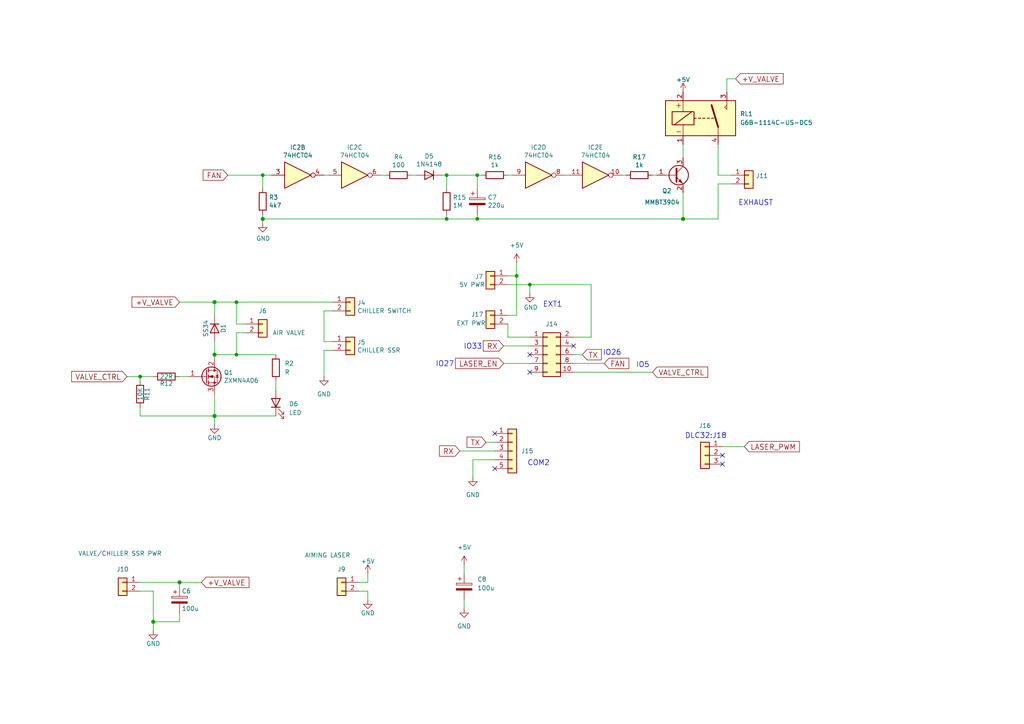
<source format=kicad_sch>
(kicad_sch (version 20250114) (generator "eeschema") (generator_version "9.0")
  (paper "A4")
  (lib_symbols
    (symbol "74xx:74HCT04"
      (property "Reference" "U" (at 0 1.27 0))
      (property "Value" "74HCT04" (at 0 -1.27 0))
      (symbol "74HCT04_1_0"
        (polyline (pts (xy -3.81 3.81) (xy -3.81 -3.81) (xy 3.81 0) (xy -3.81 3.81)) (stroke (width 0.254)) (fill (type background)))
        (pin input line (at -7.62 0 0) (length 3.81) (name "~") (number "1"))
        (pin output inverted (at 7.62 0 180) (length 3.81) (name "~") (number "2"))
      )
      (symbol "74HCT04_2_0"
        (polyline (pts (xy -3.81 3.81) (xy -3.81 -3.81) (xy 3.81 0) (xy -3.81 3.81)) (stroke (width 0.254)) (fill (type background)))
        (pin input line (at -7.62 0 0) (length 3.81) (name "~") (number "3"))
        (pin output inverted (at 7.62 0 180) (length 3.81) (name "~") (number "4"))
      )
      (symbol "74HCT04_3_0"
        (polyline (pts (xy -3.81 3.81) (xy -3.81 -3.81) (xy 3.81 0) (xy -3.81 3.81)) (stroke (width 0.254)) (fill (type background)))
        (pin input line (at -7.62 0 0) (length 3.81) (name "~") (number "5"))
        (pin output inverted (at 7.62 0 180) (length 3.81) (name "~") (number "6"))
      )
      (symbol "74HCT04_4_0"
        (polyline (pts (xy -3.81 3.81) (xy -3.81 -3.81) (xy 3.81 0) (xy -3.81 3.81)) (stroke (width 0.254)) (fill (type background)))
        (pin input line (at -7.62 0 0) (length 3.81) (name "~") (number "9"))
        (pin output inverted (at 7.62 0 180) (length 3.81) (name "~") (number "8"))
      )
      (symbol "74HCT04_5_0"
        (polyline (pts (xy -3.81 3.81) (xy -3.81 -3.81) (xy 3.81 0) (xy -3.81 3.81)) (stroke (width 0.254)) (fill (type background)))
        (pin input line (at -7.62 0 0) (length 3.81) (name "~") (number "11"))
        (pin output inverted (at 7.62 0 180) (length 3.81) (name "~") (number "10"))
      )
      (symbol "74HCT04_6_0"
        (polyline (pts (xy -3.81 3.81) (xy -3.81 -3.81) (xy 3.81 0) (xy -3.81 3.81)) (stroke (width 0.254)) (fill (type background)))
        (pin input line (at -7.62 0 0) (length 3.81) (name "~") (number "13"))
        (pin output inverted (at 7.62 0 180) (length 3.81) (name "~") (number "12"))
      )
      (symbol "74HCT04_7_0"
        (pin power_in line (at 0 12.7 270) (length 5.08) (name "VCC") (number "14"))
        (pin power_in line (at 0 -12.7 90) (length 5.08) (name "GND") (number "7"))
      )
      (symbol "74HCT04_7_1"
        (rectangle (start -5.08 7.62) (end 5.08 -7.62) (stroke (width 0.254)) (fill (type background)))
      )
    )
    (symbol "Connector_Generic:Conn_01x02" (pin_names (offset 1.016) (hide yes))
      (property "Reference" "J" (at 0 2.54 0))
      (property "Value" "Conn_01x02" (at 0 -5.08 0))
      (symbol "Conn_01x02_1_1"
        (rectangle (start -1.27 1.27) (end 1.27 -3.81) (stroke (width 0.254)) (fill (type background)))
        (rectangle (start -1.27 0.127) (end 0 -0.127) (stroke (width 0.1524)))
        (rectangle (start -1.27 -2.413) (end 0 -2.667) (stroke (width 0.1524)))
        (pin passive line (at -5.08 0 0) (length 3.81) (name "Pin_1") (number "1"))
        (pin passive line (at -5.08 -2.54 0) (length 3.81) (name "Pin_2") (number "2"))
      )
    )
    (symbol "Connector_Generic:Conn_01x03" (pin_names (offset 1.016) (hide yes))
      (property "Reference" "J" (at 0 5.08 0))
      (property "Value" "Conn_01x03" (at 0 -5.08 0))
      (symbol "Conn_01x03_1_1"
        (rectangle (start -1.27 3.81) (end 1.27 -3.81) (stroke (width 0.254)) (fill (type background)))
        (rectangle (start -1.27 2.667) (end 0 2.413) (stroke (width 0.1524)))
        (rectangle (start -1.27 0.127) (end 0 -0.127) (stroke (width 0.1524)))
        (rectangle (start -1.27 -2.413) (end 0 -2.667) (stroke (width 0.1524)))
        (pin passive line (at -5.08 2.54 0) (length 3.81) (name "Pin_1") (number "1"))
        (pin passive line (at -5.08 0 0) (length 3.81) (name "Pin_2") (number "2"))
        (pin passive line (at -5.08 -2.54 0) (length 3.81) (name "Pin_3") (number "3"))
      )
    )
    (symbol "Connector_Generic:Conn_01x05" (pin_names (offset 1.016) (hide yes))
      (property "Reference" "J" (at 0 7.62 0))
      (property "Value" "Conn_01x05" (at 0 -7.62 0))
      (symbol "Conn_01x05_1_1"
        (rectangle (start -1.27 6.35) (end 1.27 -6.35) (stroke (width 0.254)) (fill (type background)))
        (rectangle (start -1.27 5.207) (end 0 4.953) (stroke (width 0.1524)))
        (rectangle (start -1.27 2.667) (end 0 2.413) (stroke (width 0.1524)))
        (rectangle (start -1.27 0.127) (end 0 -0.127) (stroke (width 0.1524)))
        (rectangle (start -1.27 -2.413) (end 0 -2.667) (stroke (width 0.1524)))
        (rectangle (start -1.27 -4.953) (end 0 -5.207) (stroke (width 0.1524)))
        (pin passive line (at -5.08 5.08 0) (length 3.81) (name "Pin_1") (number "1"))
        (pin passive line (at -5.08 2.54 0) (length 3.81) (name "Pin_2") (number "2"))
        (pin passive line (at -5.08 0 0) (length 3.81) (name "Pin_3") (number "3"))
        (pin passive line (at -5.08 -2.54 0) (length 3.81) (name "Pin_4") (number "4"))
        (pin passive line (at -5.08 -5.08 0) (length 3.81) (name "Pin_5") (number "5"))
      )
    )
    (symbol "Connector_Generic:Conn_02x05_Odd_Even" (pin_names (offset 1.016) (hide yes))
      (property "Reference" "J" (at 1.27 7.62 0))
      (property "Value" "Conn_02x05_Odd_Even" (at 1.27 -7.62 0))
      (symbol "Conn_02x05_Odd_Even_1_1"
        (rectangle (start -1.27 6.35) (end 3.81 -6.35) (stroke (width 0.254)) (fill (type background)))
        (rectangle (start -1.27 5.207) (end 0 4.953) (stroke (width 0.1524)))
        (rectangle (start -1.27 2.667) (end 0 2.413) (stroke (width 0.1524)))
        (rectangle (start -1.27 0.127) (end 0 -0.127) (stroke (width 0.1524)))
        (rectangle (start -1.27 -2.413) (end 0 -2.667) (stroke (width 0.1524)))
        (rectangle (start -1.27 -4.953) (end 0 -5.207) (stroke (width 0.1524)))
        (rectangle (start 3.81 5.207) (end 2.54 4.953) (stroke (width 0.1524)))
        (rectangle (start 3.81 2.667) (end 2.54 2.413) (stroke (width 0.1524)))
        (rectangle (start 3.81 0.127) (end 2.54 -0.127) (stroke (width 0.1524)))
        (rectangle (start 3.81 -2.413) (end 2.54 -2.667) (stroke (width 0.1524)))
        (rectangle (start 3.81 -4.953) (end 2.54 -5.207) (stroke (width 0.1524)))
        (pin passive line (at -5.08 5.08 0) (length 3.81) (name "Pin_1") (number "1"))
        (pin passive line (at -5.08 2.54 0) (length 3.81) (name "Pin_3") (number "3"))
        (pin passive line (at -5.08 0 0) (length 3.81) (name "Pin_5") (number "5"))
        (pin passive line (at -5.08 -2.54 0) (length 3.81) (name "Pin_7") (number "7"))
        (pin passive line (at -5.08 -5.08 0) (length 3.81) (name "Pin_9") (number "9"))
        (pin passive line (at 7.62 5.08 180) (length 3.81) (name "Pin_2") (number "2"))
        (pin passive line (at 7.62 2.54 180) (length 3.81) (name "Pin_4") (number "4"))
        (pin passive line (at 7.62 0 180) (length 3.81) (name "Pin_6") (number "6"))
        (pin passive line (at 7.62 -2.54 180) (length 3.81) (name "Pin_8") (number "8"))
        (pin passive line (at 7.62 -5.08 180) (length 3.81) (name "Pin_10") (number "10"))
      )
    )
    (symbol "Device:C_Polarized" (pin_numbers (hide yes)) (pin_names (offset 0.254))
      (property "Reference" "C" (at 0.635 2.54 0))
      (property "Value" "C_Polarized" (at 0.635 -2.54 0))
      (symbol "C_Polarized_0_1"
        (rectangle (start -2.286 0.508) (end 2.286 1.016))
        (polyline (pts (xy -1.778 2.286) (xy -0.762 2.286)))
        (polyline (pts (xy -1.27 2.794) (xy -1.27 1.778)))
        (rectangle (start 2.286 -0.508) (end -2.286 -1.016) (fill (type outline)))
      )
      (symbol "C_Polarized_1_1"
        (pin passive line (at 0 3.81 270) (length 2.794) (name "~") (number "1"))
        (pin passive line (at 0 -3.81 90) (length 2.794) (name "~") (number "2"))
      )
    )
    (symbol "Device:D" (pin_numbers (hide yes)) (pin_names (offset 1.016) (hide yes))
      (property "Reference" "D" (at 0 2.54 0))
      (property "Value" "D" (at 0 -2.54 0))
      (symbol "D_0_1"
        (polyline (pts (xy -1.27 1.27) (xy -1.27 -1.27)) (stroke (width 0.254)))
        (polyline (pts (xy 1.27 1.27) (xy 1.27 -1.27) (xy -1.27 0) (xy 1.27 1.27)) (stroke (width 0.254)))
        (polyline (pts (xy 1.27 0) (xy -1.27 0)))
      )
      (symbol "D_1_1"
        (pin passive line (at -3.81 0 0) (length 2.54) (name "K") (number "1"))
        (pin passive line (at 3.81 0 180) (length 2.54) (name "A") (number "2"))
      )
    )
    (symbol "Device:LED" (pin_numbers (hide yes)) (pin_names (offset 1.016) (hide yes))
      (property "Reference" "D" (at 0 2.54 0))
      (property "Value" "LED" (at 0 -2.54 0))
      (symbol "LED_0_1"
        (polyline (pts (xy -3.048 -0.762) (xy -4.572 -2.286) (xy -3.81 -2.286) (xy -4.572 -2.286) (xy -4.572 -1.524)))
        (polyline (pts (xy -1.778 -0.762) (xy -3.302 -2.286) (xy -2.54 -2.286) (xy -3.302 -2.286) (xy -3.302 -1.524)))
        (polyline (pts (xy -1.27 0) (xy 1.27 0)))
        (polyline (pts (xy -1.27 -1.27) (xy -1.27 1.27)) (stroke (width 0.254)))
        (polyline (pts (xy 1.27 -1.27) (xy 1.27 1.27) (xy -1.27 0) (xy 1.27 -1.27)) (stroke (width 0.254)))
      )
      (symbol "LED_1_1"
        (pin passive line (at -3.81 0 0) (length 2.54) (name "K") (number "1"))
        (pin passive line (at 3.81 0 180) (length 2.54) (name "A") (number "2"))
      )
    )
    (symbol "Device:R" (pin_numbers (hide yes)) (pin_names (offset 0))
      (property "Reference" "R" (at 2.032 0 90))
      (property "Value" "R" (at 0 0 90))
      (symbol "R_0_1"
        (rectangle (start -1.016 -2.54) (end 1.016 2.54) (stroke (width 0.254)))
      )
      (symbol "R_1_1"
        (pin passive line (at 0 3.81 270) (length 1.27) (name "~") (number "1"))
        (pin passive line (at 0 -3.81 90) (length 1.27) (name "~") (number "2"))
      )
    )
    (symbol "Transistor_BJT:MMBT3904" (pin_names (offset 0) (hide yes))
      (property "Reference" "Q" (at 5.08 1.905 0))
      (property "Value" "MMBT3904" (at 5.08 0 0))
      (symbol "MMBT3904_0_1"
        (polyline (pts (xy -2.54 0) (xy 0.635 0)))
        (polyline (pts (xy 0.635 1.905) (xy 0.635 -1.905)) (stroke (width 0.508)))
        (circle (center 1.27 0) (radius 2.8194) (stroke (width 0.254)))
      )
      (symbol "MMBT3904_1_1"
        (polyline (pts (xy 0.635 0.635) (xy 2.54 2.54)))
        (polyline (pts (xy 0.635 -0.635) (xy 2.54 -2.54)))
        (polyline (pts (xy 1.27 -1.778) (xy 1.778 -1.27) (xy 2.286 -2.286) (xy 1.27 -1.778)) (fill (type outline)))
        (pin input line (at -5.08 0 0) (length 2.54) (name "B") (number "1"))
        (pin passive line (at 2.54 5.08 270) (length 2.54) (name "C") (number "3"))
        (pin passive line (at 2.54 -5.08 90) (length 2.54) (name "E") (number "2"))
      )
    )
    (symbol "Transistor_FET:Q_NMOS_GDS" (pin_names (offset 0) (hide yes))
      (property "Reference" "Q" (at 5.08 1.905 0))
      (property "Value" "Q_NMOS_GDS" (at 5.08 0 0))
      (symbol "Q_NMOS_GDS_0_1"
        (polyline (pts (xy 0.254 1.905) (xy 0.254 -1.905)) (stroke (width 0.254)))
        (polyline (pts (xy 0.254 0) (xy -2.54 0)))
        (polyline (pts (xy 0.762 2.286) (xy 0.762 1.27)) (stroke (width 0.254)))
        (polyline (pts (xy 0.762 0.508) (xy 0.762 -0.508)) (stroke (width 0.254)))
        (polyline (pts (xy 0.762 -1.27) (xy 0.762 -2.286)) (stroke (width 0.254)))
        (polyline (pts (xy 0.762 -1.778) (xy 3.302 -1.778) (xy 3.302 1.778) (xy 0.762 1.778)))
        (polyline (pts (xy 1.016 0) (xy 2.032 0.381) (xy 2.032 -0.381) (xy 1.016 0)) (fill (type outline)))
        (circle (center 1.651 0) (radius 2.794) (stroke (width 0.254)))
        (polyline (pts (xy 2.54 2.54) (xy 2.54 1.778)))
        (circle (center 2.54 1.778) (radius 0.254) (fill (type outline)))
        (circle (center 2.54 -1.778) (radius 0.254) (fill (type outline)))
        (polyline (pts (xy 2.54 -2.54) (xy 2.54 0) (xy 0.762 0)))
        (polyline (pts (xy 2.921 0.381) (xy 3.683 0.381)))
        (polyline (pts (xy 3.302 0.381) (xy 2.921 -0.254) (xy 3.683 -0.254) (xy 3.302 0.381)))
      )
      (symbol "Q_NMOS_GDS_1_1"
        (pin input line (at -5.08 0 0) (length 2.54) (name "G") (number "1"))
        (pin passive line (at 2.54 5.08 270) (length 2.54) (name "D") (number "2"))
        (pin passive line (at 2.54 -5.08 90) (length 2.54) (name "S") (number "3"))
      )
    )
    (symbol "g6b-1114c-us-dc5:G6B-1114C-US-DC5" (pin_names (offset 1.016))
      (property "Reference" "RL" (at 11.43 3.81 0))
      (property "Value" "G6B-1114C-US-DC5" (at 11.43 1.27 0))
      (symbol "G6B-1114C-US-DC5_0_0"
        (text "+" (at -6.35 3.81 0) (effects (font (size 1.524 1.524))))
        (text "-" (at -6.35 -3.81 0) (effects (font (size 1.524 1.524))))
      )
      (symbol "G6B-1114C-US-DC5_0_1"
        (rectangle (start -10.16 5.08) (end 10.16 -5.08) (stroke (width 0.254)) (fill (type background)))
        (rectangle (start -8.255 1.905) (end -1.905 -1.905) (stroke (width 0.254)))
        (polyline (pts (xy -7.62 -1.905) (xy -2.54 1.905)) (stroke (width 0.254)))
        (polyline (pts (xy -5.08 5.08) (xy -5.08 1.905)))
        (polyline (pts (xy -5.08 -5.08) (xy -5.08 -1.905)))
        (polyline (pts (xy -1.905 0) (xy -1.27 0)) (stroke (width 0.254)))
        (polyline (pts (xy -0.635 0) (xy 0 0)) (stroke (width 0.254)))
        (polyline (pts (xy 0.635 0) (xy 1.27 0)) (stroke (width 0.254)))
        (polyline (pts (xy 1.905 0) (xy 2.54 0)) (stroke (width 0.254)))
        (polyline (pts (xy 3.175 0) (xy 3.81 0)) (stroke (width 0.254)))
        (polyline (pts (xy 5.08 -2.54) (xy 3.175 3.81)) (stroke (width 0.508)))
        (polyline (pts (xy 5.08 -2.54) (xy 5.08 -5.08)))
        (polyline (pts (xy 7.62 2.54) (xy 7.62 5.08)))
        (polyline (pts (xy 7.62 2.54) (xy 6.985 3.175) (xy 7.62 3.81)))
      )
      (symbol "G6B-1114C-US-DC5_1_1"
        (pin passive line (at -5.08 7.62 270) (length 2.54) (name "~") (number "2"))
        (pin passive line (at -5.08 -7.62 90) (length 2.54) (name "~") (number "1"))
        (pin passive line (at 5.08 -7.62 90) (length 2.54) (name "~") (number "4"))
        (pin passive line (at 7.62 7.62 270) (length 2.54) (name "~") (number "3"))
      )
    )
    (symbol "power:+5V" (power) (pin_numbers (hide yes)) (pin_names (offset 0) (hide yes))
      (property "Value" "+5V" (at 0 3.556 0))
      (symbol "+5V_0_1"
        (polyline (pts (xy -0.762 1.27) (xy 0 2.54)))
        (polyline (pts (xy 0 2.54) (xy 0.762 1.27)))
        (polyline (pts (xy 0 0) (xy 0 2.54)))
      )
      (symbol "+5V_1_1"
        (pin power_in line (at 0 0 90) (length 0) (name "~") (number "1"))
      )
    )
    (symbol "power:GND" (power) (pin_numbers (hide yes)) (pin_names (offset 0) (hide yes))
      (property "Value" "GND" (at 0 -3.81 0))
      (symbol "GND_0_1"
        (polyline (pts (xy 0 0) (xy 0 -1.27) (xy 1.27 -1.27) (xy 0 -2.54) (xy -1.27 -1.27) (xy 0 -1.27)))
      )
      (symbol "GND_1_1"
        (pin power_in line (at 0 0 270) (length 0) (name "~") (number "1"))
      )
    )
  )
  (text "EXT1" (at 160.274 88.392 0) (effects (font (size 1.524 1.524))))
  (text "EXHAUST" (at 219.202 58.928 0) (effects (font (size 1.524 1.524))))
  (text "DLC32:J18" (at 204.724 126.492 0) (effects (font (size 1.524 1.524))))
  (text "COM2" (at 156.21 134.366 0) (effects (font (size 1.524 1.524))))
  (text "IO27" (at 129.032 105.664 0) (effects (font (size 1.524 1.524))))
  (text "IO33" (at 137.16 100.584 0) (effects (font (size 1.524 1.524))))
  (text "IO5" (at 186.436 105.918 0) (effects (font (size 1.524 1.524))))
  (text "IO26" (at 177.546 102.362 0) (effects (font (size 1.524 1.524))))
  (junction (at 68.58 87.63))
  (junction (at 62.23 102.87) (diameter 1.016))
  (junction (at 129.54 50.8))
  (junction (at 76.2 63.5) (diameter 1.016))
  (junction (at 62.23 87.63) (diameter 1.016))
  (junction (at 149.86 80.01))
  (junction (at 62.23 120.65) (diameter 1.016))
  (junction (at 52.07 168.91) (diameter 1.016))
  (junction (at 44.45 180.34) (diameter 1.016))
  (junction (at 40.64 109.22))
  (junction (at 129.54 63.5))
  (junction (at 68.58 102.87))
  (junction (at 138.43 63.5))
  (junction (at 138.43 50.8))
  (junction (at 76.2 50.8))
  (junction (at 153.67 82.55))
  (junction (at 198.12 63.5) (diameter 1.016))
  (no_connect (at 209.55 134.62))
  (no_connect (at 153.67 107.95))
  (no_connect (at 143.51 135.89))
  (no_connect (at 153.67 102.87))
  (no_connect (at 209.55 132.08))
  (no_connect (at 166.37 100.33))
  (no_connect (at 143.51 125.73))
  (wire (pts (xy 96.52 90.17) (xy 93.98 90.17)))
  (wire (pts (xy 149.86 91.44) (xy 149.86 80.01)))
  (wire (pts (xy 210.82 22.86) (xy 210.82 26.67)))
  (wire (pts (xy 68.58 87.63) (xy 96.52 87.63)))
  (wire (pts (xy 62.23 102.87) (xy 68.58 102.87)))
  (wire (pts (xy 153.67 82.55) (xy 153.67 85.09)))
  (wire (pts (xy 40.64 168.91) (xy 52.07 168.91)))
  (wire (pts (xy 62.23 87.63) (xy 62.23 91.44)))
  (wire (pts (xy 208.28 50.8) (xy 212.09 50.8)))
  (wire (pts (xy 198.12 55.88) (xy 198.12 63.5)))
  (wire (pts (xy 119.38 50.8) (xy 120.65 50.8)))
  (wire (pts (xy 93.98 90.17) (xy 93.98 99.06)))
  (wire (pts (xy 62.23 114.3) (xy 62.23 120.65)))
  (wire (pts (xy 52.07 87.63) (xy 62.23 87.63)))
  (wire (pts (xy 106.68 171.45) (xy 106.68 173.99)))
  (wire (pts (xy 208.28 53.34) (xy 208.28 63.5)))
  (wire (pts (xy 40.64 109.22) (xy 44.45 109.22)))
  (wire (pts (xy 166.37 105.41) (xy 175.26 105.41)))
  (wire (pts (xy 128.27 50.8) (xy 129.54 50.8)))
  (wire (pts (xy 143.51 133.35) (xy 137.16 133.35)))
  (wire (pts (xy 208.28 41.91) (xy 208.28 50.8)))
  (wire (pts (xy 106.68 168.91) (xy 106.68 166.37)))
  (wire (pts (xy 166.37 107.95) (xy 189.23 107.95)))
  (wire (pts (xy 134.62 163.83) (xy 134.62 166.37)))
  (wire (pts (xy 129.54 50.8) (xy 138.43 50.8)))
  (wire (pts (xy 149.86 80.01) (xy 149.86 76.2)))
  (wire (pts (xy 62.23 120.65) (xy 80.01 120.65)))
  (wire (pts (xy 76.2 64.77) (xy 76.2 63.5)))
  (wire (pts (xy 36.83 109.22) (xy 40.64 109.22)))
  (wire (pts (xy 138.43 50.8) (xy 139.7 50.8)))
  (wire (pts (xy 163.83 50.8) (xy 165.1 50.8)))
  (wire (pts (xy 68.58 102.87) (xy 80.01 102.87)))
  (wire (pts (xy 138.43 50.8) (xy 138.43 54.61)))
  (wire (pts (xy 110.49 50.8) (xy 111.76 50.8)))
  (wire (pts (xy 208.28 63.5) (xy 198.12 63.5)))
  (wire (pts (xy 153.67 82.55) (xy 171.45 82.55)))
  (wire (pts (xy 147.32 50.8) (xy 148.59 50.8)))
  (wire (pts (xy 62.23 102.87) (xy 62.23 104.14)))
  (wire (pts (xy 52.07 168.91) (xy 52.07 170.18)))
  (wire (pts (xy 76.2 63.5) (xy 76.2 62.23)))
  (wire (pts (xy 40.64 109.22) (xy 40.64 110.49)))
  (wire (pts (xy 40.64 171.45) (xy 44.45 171.45)))
  (wire (pts (xy 147.32 91.44) (xy 149.86 91.44)))
  (wire (pts (xy 171.45 82.55) (xy 171.45 97.79)))
  (wire (pts (xy 134.62 173.99) (xy 134.62 176.53)))
  (wire (pts (xy 40.64 120.65) (xy 62.23 120.65)))
  (wire (pts (xy 52.07 168.91) (xy 58.42 168.91)))
  (wire (pts (xy 44.45 171.45) (xy 44.45 180.34)))
  (wire (pts (xy 54.61 109.22) (xy 52.07 109.22)))
  (wire (pts (xy 76.2 50.8) (xy 76.2 54.61)))
  (wire (pts (xy 146.05 105.41) (xy 153.67 105.41)))
  (wire (pts (xy 129.54 50.8) (xy 129.54 54.61)))
  (wire (pts (xy 80.01 110.49) (xy 80.01 113.03)))
  (wire (pts (xy 213.36 22.86) (xy 210.82 22.86)))
  (wire (pts (xy 129.54 63.5) (xy 138.43 63.5)))
  (wire (pts (xy 147.32 93.98) (xy 147.32 97.79)))
  (wire (pts (xy 76.2 63.5) (xy 129.54 63.5)))
  (wire (pts (xy 68.58 93.98) (xy 68.58 87.63)))
  (wire (pts (xy 209.55 129.54) (xy 215.9 129.54)))
  (wire (pts (xy 140.97 128.27) (xy 143.51 128.27)))
  (wire (pts (xy 129.54 62.23) (xy 129.54 63.5)))
  (wire (pts (xy 62.23 120.65) (xy 62.23 123.19)))
  (wire (pts (xy 71.12 93.98) (xy 68.58 93.98)))
  (wire (pts (xy 198.12 41.91) (xy 198.12 45.72)))
  (wire (pts (xy 93.98 50.8) (xy 95.25 50.8)))
  (wire (pts (xy 44.45 180.34) (xy 44.45 182.88)))
  (wire (pts (xy 166.37 102.87) (xy 168.91 102.87)))
  (wire (pts (xy 147.32 80.01) (xy 149.86 80.01)))
  (wire (pts (xy 68.58 96.52) (xy 68.58 102.87)))
  (wire (pts (xy 146.05 100.33) (xy 153.67 100.33)))
  (wire (pts (xy 62.23 99.06) (xy 62.23 102.87)))
  (wire (pts (xy 138.43 63.5) (xy 198.12 63.5)))
  (wire (pts (xy 96.52 101.6) (xy 93.98 101.6)))
  (wire (pts (xy 52.07 177.8) (xy 52.07 180.34)))
  (wire (pts (xy 93.98 99.06) (xy 96.52 99.06)))
  (wire (pts (xy 68.58 87.63) (xy 62.23 87.63)))
  (wire (pts (xy 76.2 50.8) (xy 78.74 50.8)))
  (wire (pts (xy 180.34 50.8) (xy 181.61 50.8)))
  (wire (pts (xy 137.16 133.35) (xy 137.16 138.43)))
  (wire (pts (xy 40.64 118.11) (xy 40.64 120.65)))
  (wire (pts (xy 104.14 168.91) (xy 106.68 168.91)))
  (wire (pts (xy 71.12 96.52) (xy 68.58 96.52)))
  (wire (pts (xy 138.43 62.23) (xy 138.43 63.5)))
  (wire (pts (xy 147.32 97.79) (xy 153.67 97.79)))
  (wire (pts (xy 189.23 50.8) (xy 190.5 50.8)))
  (wire (pts (xy 66.04 50.8) (xy 76.2 50.8)))
  (wire (pts (xy 133.35 130.81) (xy 143.51 130.81)))
  (wire (pts (xy 104.14 171.45) (xy 106.68 171.45)))
  (wire (pts (xy 212.09 53.34) (xy 208.28 53.34)))
  (wire (pts (xy 93.98 101.6) (xy 93.98 109.22)))
  (wire (pts (xy 147.32 82.55) (xy 153.67 82.55)))
  (wire (pts (xy 44.45 180.34) (xy 52.07 180.34)))
  (wire (pts (xy 171.45 97.79) (xy 166.37 97.79)))
  (global_label "+V_VALVE" (shape input) (at 213.36 22.86 0) (effects (font (size 1.524 1.524))) (property "Intersheetrefs" "${INTERSHEET_REFS}" (effects (hide yes))))
  (global_label "RX" (shape input) (at 133.35 130.81 180) (effects (font (size 1.524 1.524))) (property "Intersheetrefs" "${INTERSHEET_REFS}" (effects (hide yes))))
  (global_label "FAN" (shape input) (at 175.26 105.41 0) (effects (font (size 1.524 1.524))) (property "Intersheetrefs" "${INTERSHEET_REFS}" (effects (hide yes))))
  (global_label "LASER_EN" (shape input) (at 146.05 105.41 180) (effects (font (size 1.524 1.524))) (property "Intersheetrefs" "${INTERSHEET_REFS}" (effects (hide yes))))
  (global_label "LASER_PWM" (shape input) (at 215.9 129.54 0) (effects (font (size 1.524 1.524))) (property "Intersheetrefs" "${INTERSHEET_REFS}" (effects (hide yes))))
  (global_label "FAN" (shape input) (at 66.04 50.8 180) (effects (font (size 1.524 1.524))) (property "Intersheetrefs" "${INTERSHEET_REFS}" (effects (hide yes))))
  (global_label "VALVE_CTRL" (shape input) (at 36.83 109.22 180) (effects (font (size 1.524 1.524))) (property "Intersheetrefs" "${INTERSHEET_REFS}" (effects (hide yes))))
  (global_label "VALVE_CTRL" (shape input) (at 189.23 107.95 0) (effects (font (size 1.524 1.524))) (property "Intersheetrefs" "${INTERSHEET_REFS}" (effects (hide yes))))
  (global_label "TX" (shape input) (at 140.97 128.27 180) (effects (font (size 1.524 1.524))) (property "Intersheetrefs" "${INTERSHEET_REFS}" (effects (hide yes))))
  (global_label "+V_VALVE" (shape input) (at 52.07 87.63 180) (effects (font (size 1.524 1.524))) (property "Intersheetrefs" "${INTERSHEET_REFS}" (effects (hide yes))))
  (global_label "TX" (shape input) (at 168.91 102.87 0) (effects (font (size 1.524 1.524))) (property "Intersheetrefs" "${INTERSHEET_REFS}" (effects (hide yes))))
  (global_label "RX" (shape input) (at 146.05 100.33 180) (effects (font (size 1.524 1.524))) (property "Intersheetrefs" "${INTERSHEET_REFS}" (effects (hide yes))))
  (global_label "+V_VALVE" (shape input) (at 58.42 168.91 0) (effects (font (size 1.524 1.524))) (property "Intersheetrefs" "${INTERSHEET_REFS}" (effects (hide yes))))
  (symbol (lib_id "Connector_Generic:Conn_01x02") (at 99.06 168.91 0) (mirror y) (unit 1)
    (property "Reference" "J9" (at 99.06 165.1 0))
    (property "Value" "AIMING LASER" (at 94.996 161.036 0))
    (property "Footprint" "Connector_JST:JST_XH_B2B-XH-A_1x02_P2.50mm_Vertical" (effects (hide yes)))
  )
  (symbol (lib_id "power:GND") (at 106.68 173.99 0) (unit 1)
    (property "Reference" "#PWR041" (effects (hide yes)))
    (property "Value" "GND" (at 106.68 177.8 0))
    (property "Description" "Power symbol creates a global label with name \"GND\" , ground" (effects (hide yes)))
  )
  (symbol (lib_id "power:+5V") (at 106.68 166.37 0) (unit 1)
    (property "Reference" "#PWR042" (effects (hide yes)))
    (property "Value" "+5V" (at 106.68 162.814 0))
    (property "Description" "Power symbol creates a global label with name \"+5V\"" (effects (hide yes)))
  )
  (symbol (lib_id "Connector_Generic:Conn_01x02") (at 35.56 168.91 0) (mirror y) (unit 1)
    (property "Reference" "J10" (at 35.56 165.1 0))
    (property "Value" "VALVE/CHILLER SSR PWR" (at 34.798 160.528 0))
    (property "Footprint" "Connector_JST:JST_XH_B2B-XH-A_1x02_P2.50mm_Vertical" (effects (hide yes)))
  )
  (symbol (lib_id "power:GND") (at 44.45 182.88 0) (unit 1)
    (property "Reference" "#PWR039" (effects (hide yes)))
    (property "Value" "GND" (at 44.45 186.69 0))
    (property "Description" "Power symbol creates a global label with name \"GND\" , ground" (effects (hide yes)))
  )
  (symbol (lib_id "Device:C_Polarized") (at 52.07 173.99 0) (unit 1)
    (property "Reference" "C6" (at 52.705 171.45 0) (effects (justify left)))
    (property "Value" "100u" (at 52.705 176.53 0) (effects (justify left)))
    (property "Footprint" "PCM_Capacitor_SMD_AKL:CP_Elec_10x10" (effects (hide yes)))
    (property "Description" "Polarized capacitor" (effects (hide yes)))
  )
  (symbol (lib_id "Connector_Generic:Conn_01x02") (at 76.2 93.98 0) (unit 1)
    (property "Reference" "J6" (at 76.2 90.17 0))
    (property "Value" "AIR VALVE" (at 83.82 96.52 0))
    (property "Footprint" "Connector_JST:JST_XH_B2B-XH-A_1x02_P2.50mm_Vertical" (effects (hide yes)))
  )
  (symbol (lib_id "Device:D") (at 62.23 95.25 270) (unit 1)
    (property "Reference" "D1" (at 64.77 95.25 0))
    (property "Value" "SS34" (at 59.69 95.25 0))
    (property "Footprint" "Diode_SMD:D_SMA" (effects (hide yes)))
    (property "Description" "Diode" (effects (hide yes)))
    (property "Sim.Device" "D" (effects (hide yes)))
    (property "Sim.Pins" "1=K 2=A" (effects (hide yes)))
  )
  (symbol (lib_id "power:GND") (at 62.23 123.19 0) (unit 1)
    (property "Reference" "#PWR040" (effects (hide yes)))
    (property "Value" "GND" (at 62.23 127 0))
    (property "Description" "Power symbol creates a global label with name \"GND\" , ground" (effects (hide yes)))
  )
  (symbol (lib_id "Device:R") (at 48.26 109.22 270) (unit 1)
    (property "Reference" "R12" (at 48.26 111.252 90))
    (property "Value" "22R" (at 48.26 109.22 90))
    (property "Footprint" "PCM_Resistor_SMD_AKL:R_0603_1608Metric" (effects (hide yes)))
  )
  (symbol (lib_id "Device:R") (at 40.64 114.3 0) (unit 1)
    (property "Reference" "R11" (at 42.672 114.3 90))
    (property "Value" "10K" (at 40.64 114.3 90))
    (property "Footprint" "PCM_Resistor_SMD_AKL:R_0603_1608Metric" (effects (hide yes)))
  )
  (symbol (lib_id "Transistor_FET:Q_NMOS_GDS") (at 59.69 109.22 0) (unit 1)
    (property "Reference" "Q1" (at 64.897 108.0516 0) (effects (justify left)))
    (property "Value" "ZXMN4A06" (at 64.897 110.363 0) (effects (justify left)))
    (property "Footprint" "Package_TO_SOT_SMD:SOT-223-3_TabPin2" (effects (hide yes)))
    (property "Description" "N-MOSFET transistor, gate/drain/source" (effects (hide yes)))
  )
  (symbol (lib_id "Connector_Generic:Conn_01x02") (at 101.6 87.63 0) (unit 1)
    (property "Reference" "J4" (at 103.632 87.8332 0) (effects (justify left)))
    (property "Value" "CHILLER SWITCH" (at 103.632 90.1446 0) (effects (justify left)))
    (property "Footprint" "Connector_JST:JST_XH_B2B-XH-A_1x02_P2.50mm_Vertical" (effects (hide yes)))
  )
  (symbol (lib_id "Connector_Generic:Conn_01x02") (at 101.6 99.06 0) (unit 1)
    (property "Reference" "J5" (at 103.6066 99.2632 0) (effects (justify left)))
    (property "Value" "CHILLER SSR" (at 103.6066 101.5746 0) (effects (justify left)))
    (property "Footprint" "Connector_JST:JST_XH_B2B-XH-A_1x02_P2.50mm_Vertical" (effects (hide yes)))
  )
  (symbol (lib_id "74xx:74HCT04") (at 156.21 50.8 0) (unit 4)
    (property "Reference" "IC2" (at 156.21 42.7482 0))
    (property "Value" "74HCT04" (at 156.21 45.0596 0))
    (property "Footprint" "Package_SO:SOIC-14_3.9x8.7mm_P1.27mm" (effects (hide yes)))
    (property "Datasheet" "https://assets.nexperia.com/documents/data-sheet/74HC_HCT04.pdf" (effects (hide yes)))
    (property "Description" "Hex Inverter" (effects (hide yes)))
  )
  (symbol (lib_id "power:GND") (at 76.2 64.77 0) (unit 1)
    (property "Reference" "#PWR0114" (effects (hide yes)))
    (property "Value" "GND" (at 76.327 69.1642 0))
  )
  (symbol (lib_id "Device:R") (at 143.51 50.8 270) (unit 1)
    (property "Reference" "R16" (at 143.51 45.5422 90))
    (property "Value" "1k" (at 143.51 47.8536 90))
    (property "Footprint" "PCM_Resistor_SMD_AKL:R_0603_1608Metric" (effects (hide yes)))
  )
  (symbol (lib_id "power:+5V") (at 134.62 163.83 0) (unit 1)
    (property "Reference" "#PWR025" (effects (hide yes)))
    (property "Value" "+5V" (at 134.62 158.75 0))
    (property "Description" "Power symbol creates a global label with name \"+5V\"" (effects (hide yes)))
  )
  (symbol (lib_id "Connector_Generic:Conn_01x02") (at 142.24 80.01 0) (mirror y) (unit 1)
    (property "Reference" "J7" (at 138.938 80.264 0))
    (property "Value" "5V PWR" (at 136.906 82.55 0))
    (property "Footprint" "Connector_JST:JST_XH_B2B-XH-A_1x02_P2.50mm_Vertical" (effects (hide yes)))
    (property "Description" "Generic connector, single row, 01x02, script generated (kicad-library-utils/schlib/autogen/connector/)" (effects (hide yes)))
  )
  (symbol (lib_id "Connector_Generic:Conn_01x03") (at 204.47 132.08 0) (mirror y) (unit 1)
    (property "Reference" "J16" (at 204.47 123.444 0))
    (property "Value" "DLC32:J18" (effects (hide yes)))
    (property "Footprint" "Connector_JST:JST_XH_B3B-XH-A_1x03_P2.50mm_Vertical" (effects (hide yes)))
    (property "Description" "Generic connector, single row, 01x03, script generated (kicad-library-utils/schlib/autogen/connector/)" (effects (hide yes)))
  )
  (symbol (lib_id "Device:R") (at 80.01 106.68 0) (unit 1)
    (property "Reference" "R2" (at 82.55 105.4099 0) (effects (justify left)))
    (property "Value" "R" (at 82.55 107.9499 0) (effects (justify left)))
    (property "Footprint" "PCM_Resistor_SMD_AKL:R_0603_1608Metric" (effects (hide yes)))
    (property "Description" "Resistor" (effects (hide yes)))
  )
  (symbol (lib_id "74xx:74HCT04") (at 86.36 50.8 0) (unit 2)
    (property "Reference" "IC2" (at 86.36 42.7482 0))
    (property "Value" "74HCT04" (at 86.36 45.0596 0))
    (property "Footprint" "Package_SO:SOIC-14_3.9x8.7mm_P1.27mm" (effects (hide yes)))
    (property "Datasheet" "https://assets.nexperia.com/documents/data-sheet/74HC_HCT04.pdf" (effects (hide yes)))
    (property "Description" "Hex Inverter" (effects (hide yes)))
  )
  (symbol (lib_id "74xx:74HCT04") (at 102.87 50.8 0) (unit 3)
    (property "Reference" "IC2" (at 102.87 42.7482 0))
    (property "Value" "74HCT04" (at 102.87 45.0596 0))
    (property "Footprint" "Package_SO:SOIC-14_3.9x8.7mm_P1.27mm" (effects (hide yes)))
    (property "Datasheet" "https://assets.nexperia.com/documents/data-sheet/74HC_HCT04.pdf" (effects (hide yes)))
    (property "Description" "Hex Inverter" (effects (hide yes)))
  )
  (symbol (lib_id "Connector_Generic:Conn_01x05") (at 148.59 130.81 0) (unit 1)
    (property "Reference" "J15" (at 151.13 130.8099 0) (effects (justify left)))
    (property "Value" "COM2" (effects (hide yes)))
    (property "Footprint" "Connector_PinHeader_2.54mm:PinHeader_1x05_P2.54mm_Vertical" (effects (hide yes)))
    (property "Description" "Generic connector, single row, 01x05, script generated (kicad-library-utils/schlib/autogen/connector/)" (effects (hide yes)))
  )
  (symbol (lib_id "Connector_Generic:Conn_02x05_Odd_Even") (at 158.75 102.87 0) (unit 1)
    (property "Reference" "J14" (at 160.02 93.98 0))
    (property "Value" "EXT1" (effects (hide yes)))
    (property "Footprint" "Connector_IDC:IDC-Header_2x05_P2.54mm_Vertical" (effects (hide yes)))
    (property "Description" "Generic connector, double row, 02x05, odd/even pin numbering scheme (row 1 odd numbers, row 2 even numbers), script generated (kicad-library-utils/schlib/autogen/connector/)" (effects (hide yes)))
  )
  (symbol (lib_id "Device:R") (at 185.42 50.8 270) (unit 1)
    (property "Reference" "R17" (at 185.42 45.5422 90))
    (property "Value" "1k" (at 185.42 47.8536 90))
    (property "Footprint" "PCM_Resistor_SMD_AKL:R_0603_1608Metric" (effects (hide yes)))
  )
  (symbol (lib_id "power:GND") (at 93.98 109.22 0) (unit 1)
    (property "Reference" "#PWR01" (effects (hide yes)))
    (property "Value" "GND" (at 93.98 114.3 0))
    (property "Description" "Power symbol creates a global label with name \"GND\" , ground" (effects (hide yes)))
  )
  (symbol (lib_id "Device:R") (at 115.57 50.8 270) (unit 1)
    (property "Reference" "R4" (at 115.57 45.5422 90))
    (property "Value" "100" (at 115.57 47.8536 90))
    (property "Footprint" "PCM_Resistor_SMD_AKL:R_0603_1608Metric" (effects (hide yes)))
  )
  (symbol (lib_id "Device:R") (at 76.2 58.42 0) (unit 1)
    (property "Reference" "R3" (at 77.978 57.2516 0) (effects (justify left)))
    (property "Value" "4k7" (at 77.978 59.563 0) (effects (justify left)))
    (property "Footprint" "PCM_Resistor_SMD_AKL:R_0603_1608Metric" (effects (hide yes)))
  )
  (symbol (lib_id "power:GND") (at 137.16 138.43 0) (unit 1)
    (property "Reference" "#PWR021" (effects (hide yes)))
    (property "Value" "GND" (at 137.16 143.51 0))
    (property "Description" "Power symbol creates a global label with name \"GND\" , ground" (effects (hide yes)))
  )
  (symbol (lib_id "Connector_Generic:Conn_01x02") (at 217.17 50.8 0) (unit 1)
    (property "Reference" "J11" (at 219.202 51.0032 0) (effects (justify left)))
    (property "Value" "EXHAUST" (effects (hide yes)))
    (property "Footprint" "Connector_JST:JST_XH_B2B-XH-A_1x02_P2.50mm_Vertical" (effects (hide yes)))
  )
  (symbol (lib_id "power:GND") (at 153.67 85.09 0) (unit 1)
    (property "Reference" "#PWR020" (effects (hide yes)))
    (property "Value" "GND" (at 153.924 89.154 0))
    (property "Description" "Power symbol creates a global label with name \"GND\" , ground" (effects (hide yes)))
  )
  (symbol (lib_id "Device:LED") (at 80.01 116.84 90) (unit 1)
    (property "Reference" "D6" (at 83.82 117.1574 90) (effects (justify right)))
    (property "Value" "LED" (at 83.82 119.6974 90) (effects (justify right)))
    (property "Footprint" "PCM_LED_THT_AKL:LED_D5.0mm_Horizontal_O1.27mm_Z3.0mm" (effects (hide yes)))
    (property "Description" "Light emitting diode" (effects (hide yes)))
    (property "Sim.Pins" "1=K 2=A" (effects (hide yes)))
  )
  (symbol (lib_id "Device:R") (at 129.54 58.42 0) (unit 1)
    (property "Reference" "R15" (at 131.318 57.2516 0) (effects (justify left)))
    (property "Value" "1M" (at 131.318 59.563 0) (effects (justify left)))
    (property "Footprint" "PCM_Resistor_SMD_AKL:R_0603_1608Metric" (effects (hide yes)))
  )
  (symbol (lib_id "Device:D") (at 124.46 50.8 180) (unit 1)
    (property "Reference" "D5" (at 124.46 45.3136 0))
    (property "Value" "1N4148" (at 124.46 47.625 0))
    (property "Footprint" "Diode_SMD:D_MiniMELF" (effects (hide yes)))
  )
  (symbol (lib_id "power:+5V") (at 198.12 26.67 0) (unit 1)
    (property "Reference" "#PWR08" (effects (hide yes)))
    (property "Value" "+5V" (at 198.12 23.1226 0))
  )
  (symbol (lib_id "power:+5V") (at 149.86 76.2 0) (unit 1)
    (property "Reference" "#PWR017" (effects (hide yes)))
    (property "Value" "+5V" (at 149.86 71.12 0))
    (property "Description" "Power symbol creates a global label with name \"+5V\"" (effects (hide yes)))
  )
  (symbol (lib_id "Device:C_Polarized") (at 134.62 170.18 0) (unit 1)
    (property "Reference" "C8" (at 138.43 168.0209 0) (effects (justify left)))
    (property "Value" "100u" (at 138.43 170.5609 0) (effects (justify left)))
    (property "Footprint" "PCM_Capacitor_SMD_AKL:CP_Elec_10x10" (effects (hide yes)))
    (property "Description" "Polarized capacitor" (effects (hide yes)))
  )
  (symbol (lib_id "Device:C_Polarized") (at 138.43 58.42 0) (unit 1)
    (property "Reference" "C7" (at 141.4272 57.2516 0) (effects (justify left)))
    (property "Value" "220u" (at 141.4272 59.563 0) (effects (justify left)))
    (property "Footprint" "PCM_Capacitor_SMD_AKL:CP_Elec_10x10" (effects (hide yes)))
    (property "Description" "Polarized capacitor" (effects (hide yes)))
  )
  (symbol (lib_id "Connector_Generic:Conn_01x02") (at 142.24 91.44 0) (mirror y) (unit 1)
    (property "Reference" "J17" (at 138.43 91.186 0))
    (property "Value" "EXT PWR" (at 136.652 93.726 0))
    (property "Footprint" "Connector_PinHeader_2.54mm:PinHeader_1x02_P2.54mm_Vertical" (effects (hide yes)))
    (property "Description" "Generic connector, single row, 01x02, script generated (kicad-library-utils/schlib/autogen/connector/)" (effects (hide yes)))
  )
  (symbol (lib_id "74xx:74HCT04") (at 172.72 50.8 0) (unit 5)
    (property "Reference" "IC2" (at 172.72 42.7482 0))
    (property "Value" "74HCT04" (at 172.72 45.0596 0))
    (property "Footprint" "Package_SO:SOIC-14_3.9x8.7mm_P1.27mm" (effects (hide yes)))
    (property "Datasheet" "https://assets.nexperia.com/documents/data-sheet/74HC_HCT04.pdf" (effects (hide yes)))
    (property "Description" "Hex Inverter" (effects (hide yes)))
  )
  (symbol (lib_id "Transistor_BJT:MMBT3904") (at 195.58 50.8 0) (unit 1)
    (property "Reference" "Q2" (at 192.024 55.372 0) (effects (justify left)))
    (property "Value" "MMBT3904" (at 186.944 58.674 0) (effects (justify left)))
    (property "Footprint" "Package_TO_SOT_SMD:SOT-23" (effects (hide yes)))
    (property "Datasheet" "https://www.onsemi.com/pdf/datasheet/pzt3904-d.pdf" (effects (hide yes)))
    (property "Description" "0.2A Ic, 40V Vce, Small Signal NPN Transistor, SOT-23" (effects (hide yes)))
  )
  (symbol (lib_id "power:GND") (at 134.62 176.53 0) (unit 1)
    (property "Reference" "#PWR022" (effects (hide yes)))
    (property "Value" "GND" (at 134.62 181.61 0))
    (property "Description" "Power symbol creates a global label with name \"GND\" , ground" (effects (hide yes)))
  )
  (symbol (lib_id "g6b-1114c-us-dc5:G6B-1114C-US-DC5") (at 203.2 34.29 0) (unit 1)
    (property "Reference" "RL1" (at 214.63 33.0199 0) (effects (justify left)))
    (property "Value" "G6B-1114C-US-DC5" (at 214.63 35.5599 0) (effects (justify left)))
    (property "Footprint" "hal9k:DIL-relay" (effects (hide yes)))
  )
)
</source>
